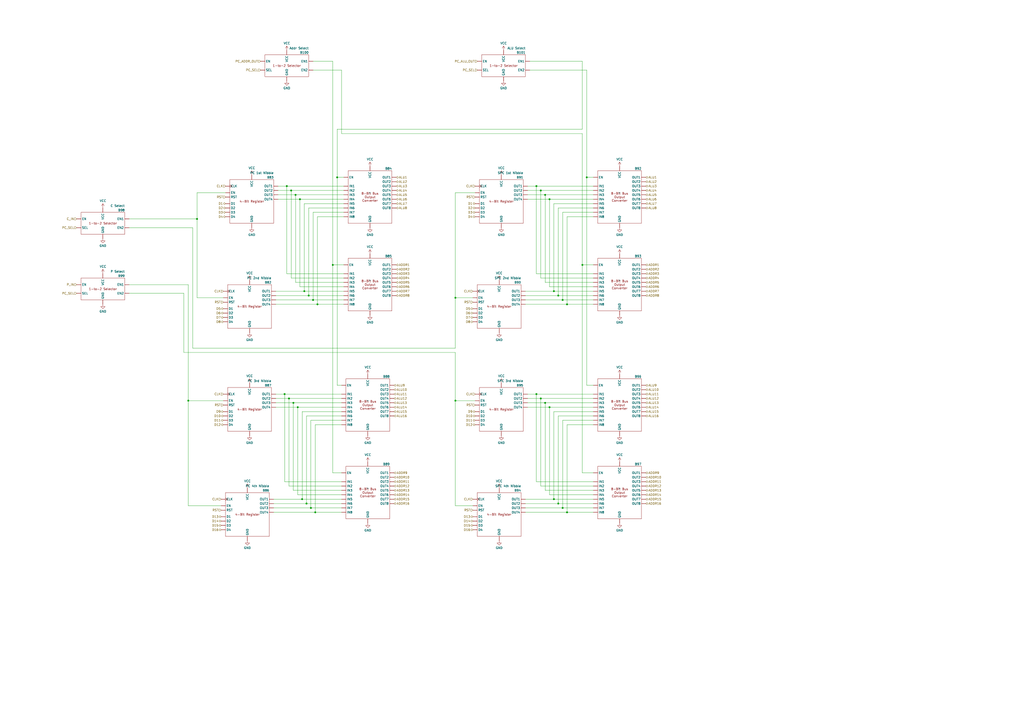
<source format=kicad_sch>
(kicad_sch (version 20230121) (generator eeschema)
  (paper "A2")
  (lib_symbols
    (symbol "MiniDragon:1-to-2 Selector"
      (property "Reference" "B" (at -12.7 7.62 0))
      (symbol "1-to-2 Selector_0_1"
        (rectangle (start -12.7 6.35) (end 12.7 -6.35))
      )
      (symbol "1-to-2 Selector_1_1"
        (text "1-to-2 Selector" (at 0 0 0) (effects (font (size 1.27 1.27))))
        (pin input line (at -15.24 2.54 0) (length 2.54) (name "EN") (number ""))
        (pin output line (at 15.24 2.54 180) (length 2.54) (name "EN1") (number ""))
        (pin output line (at 15.24 -2.54 180) (length 2.54) (name "EN2") (number ""))
        (pin power_in line (at 0 -8.89 90) (length 2.54) (name "GND") (number ""))
        (pin input line (at -15.24 -2.54 0) (length 2.54) (name "SEL") (number ""))
        (pin power_in line (at 0 8.89 270) (length 2.54) (name "VCC") (number ""))
      )
    )
    (symbol "MiniDragon:4-Bit Register"
      (property "Reference" "B" (at -12.7 13.97 0))
      (symbol "4-Bit Register_0_1"
        (rectangle (start -12.7 12.7) (end 12.7 -12.7))
      )
      (symbol "4-Bit Register_1_1"
        (text "4-Bit Register" (at 0 0 0) (effects (font (size 1.27 1.27))))
        (pin input clock (at -15.24 8.89 0) (length 2.54) (name "CLK") (number ""))
        (pin input line (at -15.24 -1.27 0) (length 2.54) (name "D1") (number ""))
        (pin input line (at -15.24 -3.81 0) (length 2.54) (name "D2") (number ""))
        (pin input line (at -15.24 -6.35 0) (length 2.54) (name "D3") (number ""))
        (pin input line (at -15.24 -8.89 0) (length 2.54) (name "D4") (number ""))
        (pin input line (at -15.24 5.08 0) (length 2.54) (name "EN") (number ""))
        (pin power_in line (at 0 -15.24 90) (length 2.54) (name "GND") (number ""))
        (pin output line (at 15.24 8.89 180) (length 2.54) (name "OUT1") (number ""))
        (pin output line (at 15.24 6.35 180) (length 2.54) (name "OUT2") (number ""))
        (pin output line (at 15.24 3.81 180) (length 2.54) (name "OUT3") (number ""))
        (pin output line (at 15.24 1.27 180) (length 2.54) (name "OUT4") (number ""))
        (pin input line (at -15.24 2.54 0) (length 2.54) (name "RST") (number ""))
        (pin power_in line (at 0 15.24 270) (length 2.54) (name "VCC") (number ""))
      )
    )
    (symbol "MiniDragon:8-bit Bus Output"
      (property "Reference" "B" (at -12.7 16.51 0))
      (symbol "8-bit Bus Output_0_1"
        (rectangle (start -12.7 15.24) (end 12.7 -15.24))
      )
      (symbol "8-bit Bus Output_1_1"
        (text "8-Bit Bus\nOutput\nConverter" (at 0 0 0) (effects (font (size 1.27 1.27))))
        (pin input line (at -15.24 11.43 0) (length 2.54) (name "EN") (number ""))
        (pin power_in line (at 0 -17.78 90) (length 2.54) (name "GND") (number ""))
        (pin input line (at -15.24 6.35 0) (length 2.54) (name "IN1") (number ""))
        (pin input line (at -15.24 3.81 0) (length 2.54) (name "IN2") (number ""))
        (pin input line (at -15.24 1.27 0) (length 2.54) (name "IN3") (number ""))
        (pin input line (at -15.24 -1.27 0) (length 2.54) (name "IN4") (number ""))
        (pin input line (at -15.24 -3.81 0) (length 2.54) (name "IN5") (number ""))
        (pin input line (at -15.24 -6.35 0) (length 2.54) (name "IN6") (number ""))
        (pin input line (at -15.24 -8.89 0) (length 2.54) (name "IN7") (number ""))
        (pin input line (at -15.24 -11.43 0) (length 2.54) (name "IN8") (number ""))
        (pin open_collector line (at 15.24 11.43 180) (length 2.54) (name "OUT1") (number ""))
        (pin open_collector line (at 15.24 8.89 180) (length 2.54) (name "OUT2") (number ""))
        (pin open_collector line (at 15.24 6.35 180) (length 2.54) (name "OUT3") (number ""))
        (pin open_collector line (at 15.24 3.81 180) (length 2.54) (name "OUT4") (number ""))
        (pin open_collector line (at 15.24 1.27 180) (length 2.54) (name "OUT5") (number ""))
        (pin open_collector line (at 15.24 -1.27 180) (length 2.54) (name "OUT6") (number ""))
        (pin open_collector line (at 15.24 -3.81 180) (length 2.54) (name "OUT7") (number ""))
        (pin open_collector line (at 15.24 -6.35 180) (length 2.54) (name "OUT8") (number ""))
        (pin power_in line (at 0 17.78 270) (length 2.54) (name "VCC") (number ""))
      )
    )
    (symbol "power:GND" (power) (pin_names (offset 0))
      (property "Value" "GND" (at 0 -3.81 0))
      (symbol "GND_0_1"
        (polyline (pts (xy 0 0) (xy 0 -1.27) (xy 1.27 -1.27) (xy 0 -2.54) (xy -1.27 -1.27) (xy 0 -1.27)))
      )
      (symbol "GND_1_1"
        (pin power_in line (at 0 0 270) (length 0) hide (name "GND") (number "1"))
      )
    )
    (symbol "power:VCC" (power) (pin_names (offset 0))
      (property "Value" "VCC" (at 0 3.81 0))
      (symbol "VCC_0_1"
        (polyline (pts (xy -0.762 1.27) (xy 0 2.54)))
        (polyline (pts (xy 0 0) (xy 0 2.54)))
        (polyline (pts (xy 0 2.54) (xy 0.762 1.27)))
      )
      (symbol "VCC_1_1"
        (pin power_in line (at 0 0 90) (length 0) hide (name "VCC") (number "1"))
      )
    )
  )
  (junction (at 181.61 173.99))
  (junction (at 316.23 113.03))
  (junction (at 167.64 231.14))
  (junction (at 264.16 232.41))
  (junction (at 323.85 171.45))
  (junction (at 316.23 233.68))
  (junction (at 195.58 102.87))
  (junction (at 172.72 236.22))
  (junction (at 114.3 127))
  (junction (at 326.39 294.64))
  (junction (at 179.07 171.45))
  (junction (at 323.85 292.1))
  (junction (at 193.04 153.67))
  (junction (at 311.15 107.95))
  (junction (at 311.15 228.6))
  (junction (at 175.26 289.56))
  (junction (at 328.93 297.18))
  (junction (at 170.18 233.68))
  (junction (at 337.82 153.67))
  (junction (at 180.34 294.64))
  (junction (at 165.1 228.6))
  (junction (at 176.53 168.91))
  (junction (at 318.77 236.22))
  (junction (at 168.91 110.49))
  (junction (at 264.16 172.72))
  (junction (at 321.31 289.56))
  (junction (at 328.93 176.53))
  (junction (at 313.69 231.14))
  (junction (at 340.36 102.87))
  (junction (at 166.37 107.95))
  (junction (at 173.99 115.57))
  (junction (at 318.77 115.57))
  (junction (at 326.39 173.99))
  (junction (at 109.22 232.41))
  (junction (at 182.88 297.18))
  (junction (at 177.8 292.1))
  (junction (at 171.45 113.03))
  (junction (at 184.15 176.53))
  (junction (at 321.31 168.91))
  (junction (at 313.69 110.49))
  (wire (pts (xy 306.07 233.68) (xy 316.23 233.68)))
  (wire (pts (xy 195.58 74.93) (xy 195.58 102.87)))
  (wire (pts (xy 306.07 107.95) (xy 311.15 107.95)))
  (wire (pts (xy 177.8 292.1) (xy 198.12 292.1)))
  (wire (pts (xy 193.04 274.32) (xy 198.12 274.32)))
  (wire (pts (xy 176.53 118.11) (xy 199.39 118.11)))
  (wire (pts (xy 180.34 243.84) (xy 198.12 243.84)))
  (wire (pts (xy 106.68 170.18) (xy 106.68 204.47)))
  (wire (pts (xy 307.34 40.64) (xy 340.36 40.64)))
  (wire (pts (xy 311.15 107.95) (xy 311.15 158.75)))
  (wire (pts (xy 323.85 171.45) (xy 344.17 171.45)))
  (wire (pts (xy 165.1 228.6) (xy 198.12 228.6)))
  (wire (pts (xy 158.75 297.18) (xy 182.88 297.18)))
  (wire (pts (xy 306.07 231.14) (xy 313.69 231.14)))
  (wire (pts (xy 304.8 289.56) (xy 321.31 289.56)))
  (wire (pts (xy 264.16 232.41) (xy 275.59 232.41)))
  (wire (pts (xy 313.69 281.94) (xy 344.17 281.94)))
  (wire (pts (xy 166.37 158.75) (xy 199.39 158.75)))
  (wire (pts (xy 180.34 294.64) (xy 198.12 294.64)))
  (wire (pts (xy 321.31 238.76) (xy 344.17 238.76)))
  (wire (pts (xy 337.82 74.93) (xy 195.58 74.93)))
  (wire (pts (xy 328.93 246.38) (xy 344.17 246.38)))
  (wire (pts (xy 114.3 111.76) (xy 130.81 111.76)))
  (wire (pts (xy 326.39 294.64) (xy 344.17 294.64)))
  (wire (pts (xy 181.61 173.99) (xy 199.39 173.99)))
  (wire (pts (xy 175.26 238.76) (xy 198.12 238.76)))
  (wire (pts (xy 74.93 165.1) (xy 109.22 165.1)))
  (wire (pts (xy 195.58 102.87) (xy 195.58 223.52)))
  (wire (pts (xy 179.07 120.65) (xy 199.39 120.65)))
  (wire (pts (xy 176.53 118.11) (xy 176.53 168.91)))
  (wire (pts (xy 181.61 123.19) (xy 181.61 173.99)))
  (wire (pts (xy 337.82 153.67) (xy 337.82 274.32)))
  (wire (pts (xy 275.59 111.76) (xy 264.16 111.76)))
  (wire (pts (xy 311.15 228.6) (xy 344.17 228.6)))
  (wire (pts (xy 340.36 102.87) (xy 344.17 102.87)))
  (wire (pts (xy 318.77 236.22) (xy 344.17 236.22)))
  (wire (pts (xy 311.15 107.95) (xy 344.17 107.95)))
  (wire (pts (xy 175.26 238.76) (xy 175.26 289.56)))
  (wire (pts (xy 109.22 232.41) (xy 109.22 293.37)))
  (wire (pts (xy 321.31 289.56) (xy 344.17 289.56)))
  (wire (pts (xy 306.07 113.03) (xy 316.23 113.03)))
  (wire (pts (xy 166.37 107.95) (xy 199.39 107.95)))
  (wire (pts (xy 184.15 125.73) (xy 199.39 125.73)))
  (wire (pts (xy 167.64 231.14) (xy 167.64 281.94)))
  (wire (pts (xy 306.07 115.57) (xy 318.77 115.57)))
  (wire (pts (xy 307.34 35.56) (xy 337.82 35.56)))
  (wire (pts (xy 313.69 161.29) (xy 344.17 161.29)))
  (wire (pts (xy 316.23 233.68) (xy 316.23 284.48)))
  (wire (pts (xy 264.16 172.72) (xy 274.32 172.72)))
  (wire (pts (xy 340.36 40.64) (xy 340.36 102.87)))
  (wire (pts (xy 160.02 176.53) (xy 184.15 176.53)))
  (wire (pts (xy 264.16 293.37) (xy 264.16 232.41)))
  (wire (pts (xy 328.93 125.73) (xy 328.93 176.53)))
  (wire (pts (xy 167.64 281.94) (xy 198.12 281.94)))
  (wire (pts (xy 340.36 102.87) (xy 340.36 223.52)))
  (wire (pts (xy 181.61 35.56) (xy 193.04 35.56)))
  (wire (pts (xy 193.04 153.67) (xy 193.04 274.32)))
  (wire (pts (xy 171.45 163.83) (xy 199.39 163.83)))
  (wire (pts (xy 114.3 127) (xy 114.3 111.76)))
  (wire (pts (xy 106.68 204.47) (xy 264.16 204.47)))
  (wire (pts (xy 323.85 120.65) (xy 344.17 120.65)))
  (wire (pts (xy 264.16 201.93) (xy 264.16 172.72)))
  (wire (pts (xy 177.8 241.3) (xy 177.8 292.1)))
  (wire (pts (xy 316.23 113.03) (xy 344.17 113.03)))
  (wire (pts (xy 326.39 243.84) (xy 326.39 294.64)))
  (wire (pts (xy 168.91 110.49) (xy 199.39 110.49)))
  (wire (pts (xy 179.07 120.65) (xy 179.07 171.45)))
  (wire (pts (xy 318.77 115.57) (xy 318.77 166.37)))
  (wire (pts (xy 111.76 201.93) (xy 264.16 201.93)))
  (wire (pts (xy 304.8 168.91) (xy 321.31 168.91)))
  (wire (pts (xy 168.91 161.29) (xy 199.39 161.29)))
  (wire (pts (xy 311.15 228.6) (xy 311.15 279.4)))
  (wire (pts (xy 172.72 236.22) (xy 172.72 287.02)))
  (wire (pts (xy 323.85 292.1) (xy 344.17 292.1)))
  (wire (pts (xy 274.32 293.37) (xy 264.16 293.37)))
  (wire (pts (xy 198.12 40.64) (xy 198.12 77.47)))
  (wire (pts (xy 321.31 168.91) (xy 344.17 168.91)))
  (wire (pts (xy 184.15 125.73) (xy 184.15 176.53)))
  (wire (pts (xy 170.18 233.68) (xy 198.12 233.68)))
  (wire (pts (xy 313.69 110.49) (xy 313.69 161.29)))
  (wire (pts (xy 304.8 292.1) (xy 323.85 292.1)))
  (wire (pts (xy 168.91 110.49) (xy 168.91 161.29)))
  (wire (pts (xy 316.23 284.48) (xy 344.17 284.48)))
  (wire (pts (xy 326.39 123.19) (xy 344.17 123.19)))
  (wire (pts (xy 321.31 238.76) (xy 321.31 289.56)))
  (wire (pts (xy 160.02 231.14) (xy 167.64 231.14)))
  (wire (pts (xy 195.58 102.87) (xy 199.39 102.87)))
  (wire (pts (xy 184.15 176.53) (xy 199.39 176.53)))
  (wire (pts (xy 264.16 111.76) (xy 264.16 172.72)))
  (wire (pts (xy 161.29 107.95) (xy 166.37 107.95)))
  (wire (pts (xy 170.18 233.68) (xy 170.18 284.48)))
  (wire (pts (xy 109.22 165.1) (xy 109.22 232.41)))
  (wire (pts (xy 318.77 115.57) (xy 344.17 115.57)))
  (wire (pts (xy 193.04 35.56) (xy 193.04 153.67)))
  (wire (pts (xy 109.22 232.41) (xy 129.54 232.41)))
  (wire (pts (xy 171.45 113.03) (xy 199.39 113.03)))
  (wire (pts (xy 171.45 113.03) (xy 171.45 163.83)))
  (wire (pts (xy 181.61 123.19) (xy 199.39 123.19)))
  (wire (pts (xy 316.23 163.83) (xy 344.17 163.83)))
  (wire (pts (xy 264.16 204.47) (xy 264.16 232.41)))
  (wire (pts (xy 114.3 127) (xy 114.3 172.72)))
  (wire (pts (xy 158.75 289.56) (xy 175.26 289.56)))
  (wire (pts (xy 198.12 40.64) (xy 181.61 40.64)))
  (wire (pts (xy 337.82 274.32) (xy 344.17 274.32)))
  (wire (pts (xy 172.72 236.22) (xy 198.12 236.22)))
  (wire (pts (xy 166.37 107.95) (xy 166.37 158.75)))
  (wire (pts (xy 323.85 241.3) (xy 344.17 241.3)))
  (wire (pts (xy 158.75 294.64) (xy 180.34 294.64)))
  (wire (pts (xy 323.85 241.3) (xy 323.85 292.1)))
  (wire (pts (xy 328.93 246.38) (xy 328.93 297.18)))
  (wire (pts (xy 321.31 118.11) (xy 344.17 118.11)))
  (wire (pts (xy 74.93 170.18) (xy 106.68 170.18)))
  (wire (pts (xy 160.02 233.68) (xy 170.18 233.68)))
  (wire (pts (xy 340.36 223.52) (xy 344.17 223.52)))
  (wire (pts (xy 177.8 241.3) (xy 198.12 241.3)))
  (wire (pts (xy 306.07 110.49) (xy 313.69 110.49)))
  (wire (pts (xy 193.04 153.67) (xy 199.39 153.67)))
  (wire (pts (xy 160.02 171.45) (xy 179.07 171.45)))
  (wire (pts (xy 328.93 176.53) (xy 344.17 176.53)))
  (wire (pts (xy 311.15 158.75) (xy 344.17 158.75)))
  (wire (pts (xy 318.77 236.22) (xy 318.77 287.02)))
  (wire (pts (xy 323.85 120.65) (xy 323.85 171.45)))
  (wire (pts (xy 326.39 243.84) (xy 344.17 243.84)))
  (wire (pts (xy 337.82 153.67) (xy 344.17 153.67)))
  (wire (pts (xy 172.72 287.02) (xy 198.12 287.02)))
  (wire (pts (xy 167.64 231.14) (xy 198.12 231.14)))
  (wire (pts (xy 311.15 279.4) (xy 344.17 279.4)))
  (wire (pts (xy 313.69 231.14) (xy 344.17 231.14)))
  (wire (pts (xy 304.8 297.18) (xy 328.93 297.18)))
  (wire (pts (xy 161.29 113.03) (xy 171.45 113.03)))
  (wire (pts (xy 74.93 132.08) (xy 111.76 132.08)))
  (wire (pts (xy 306.07 228.6) (xy 311.15 228.6)))
  (wire (pts (xy 175.26 289.56) (xy 198.12 289.56)))
  (wire (pts (xy 313.69 231.14) (xy 313.69 281.94)))
  (wire (pts (xy 337.82 35.56) (xy 337.82 74.93)))
  (wire (pts (xy 182.88 246.38) (xy 182.88 297.18)))
  (wire (pts (xy 182.88 246.38) (xy 198.12 246.38)))
  (wire (pts (xy 160.02 228.6) (xy 165.1 228.6)))
  (wire (pts (xy 161.29 115.57) (xy 173.99 115.57)))
  (wire (pts (xy 304.8 173.99) (xy 326.39 173.99)))
  (wire (pts (xy 111.76 132.08) (xy 111.76 201.93)))
  (wire (pts (xy 173.99 115.57) (xy 173.99 166.37)))
  (wire (pts (xy 313.69 110.49) (xy 344.17 110.49)))
  (wire (pts (xy 173.99 166.37) (xy 199.39 166.37)))
  (wire (pts (xy 328.93 125.73) (xy 344.17 125.73)))
  (wire (pts (xy 182.88 297.18) (xy 198.12 297.18)))
  (wire (pts (xy 109.22 293.37) (xy 128.27 293.37)))
  (wire (pts (xy 160.02 168.91) (xy 176.53 168.91)))
  (wire (pts (xy 161.29 110.49) (xy 168.91 110.49)))
  (wire (pts (xy 165.1 279.4) (xy 198.12 279.4)))
  (wire (pts (xy 160.02 236.22) (xy 172.72 236.22)))
  (wire (pts (xy 306.07 236.22) (xy 318.77 236.22)))
  (wire (pts (xy 304.8 176.53) (xy 328.93 176.53)))
  (wire (pts (xy 170.18 284.48) (xy 198.12 284.48)))
  (wire (pts (xy 195.58 223.52) (xy 198.12 223.52)))
  (wire (pts (xy 176.53 168.91) (xy 199.39 168.91)))
  (wire (pts (xy 328.93 297.18) (xy 344.17 297.18)))
  (wire (pts (xy 114.3 172.72) (xy 129.54 172.72)))
  (wire (pts (xy 158.75 292.1) (xy 177.8 292.1)))
  (wire (pts (xy 180.34 243.84) (xy 180.34 294.64)))
  (wire (pts (xy 304.8 294.64) (xy 326.39 294.64)))
  (wire (pts (xy 160.02 173.99) (xy 181.61 173.99)))
  (wire (pts (xy 326.39 123.19) (xy 326.39 173.99)))
  (wire (pts (xy 337.82 77.47) (xy 337.82 153.67)))
  (wire (pts (xy 165.1 228.6) (xy 165.1 279.4)))
  (wire (pts (xy 318.77 287.02) (xy 344.17 287.02)))
  (wire (pts (xy 316.23 233.68) (xy 344.17 233.68)))
  (wire (pts (xy 321.31 118.11) (xy 321.31 168.91)))
  (wire (pts (xy 173.99 115.57) (xy 199.39 115.57)))
  (wire (pts (xy 326.39 173.99) (xy 344.17 173.99)))
  (wire (pts (xy 318.77 166.37) (xy 344.17 166.37)))
  (wire (pts (xy 198.12 77.47) (xy 337.82 77.47)))
  (wire (pts (xy 179.07 171.45) (xy 199.39 171.45)))
  (wire (pts (xy 304.8 171.45) (xy 323.85 171.45)))
  (wire (pts (xy 316.23 113.03) (xy 316.23 163.83)))
  (wire (pts (xy 74.93 127) (xy 114.3 127)))
  (hierarchical_label "CLK" (shape input) (at 274.32 289.56 180))
  (hierarchical_label "CLK" (shape input) (at 275.59 107.95 180))
  (hierarchical_label "ALU1" (shape bidirectional) (at 374.65 102.87 0))
  (hierarchical_label "PC_SEL" (shape input) (at 151.13 40.64 180))
  (hierarchical_label "ALU4" (shape bidirectional) (at 374.65 110.49 0))
  (hierarchical_label "ADDR6" (shape bidirectional) (at 374.65 166.37 0))
  (hierarchical_label "ALU16" (shape bidirectional) (at 228.6 241.3 0))
  (hierarchical_label "ADDR3" (shape bidirectional) (at 374.65 158.75 0))
  (hierarchical_label "ALU7" (shape bidirectional) (at 229.87 118.11 0))
  (hierarchical_label "D3" (shape bidirectional) (at 275.59 123.19 180))
  (hierarchical_label "ADDR8" (shape bidirectional) (at 374.65 171.45 0))
  (hierarchical_label "ADDR15" (shape bidirectional) (at 374.65 289.56 0))
  (hierarchical_label "ADDR1" (shape bidirectional) (at 374.65 153.67 0))
  (hierarchical_label "CLK" (shape input) (at 129.54 168.91 180))
  (hierarchical_label "ALU8" (shape bidirectional) (at 374.65 120.65 0))
  (hierarchical_label "D6" (shape bidirectional) (at 274.32 181.61 180))
  (hierarchical_label "ADDR11" (shape bidirectional) (at 228.6 279.4 0))
  (hierarchical_label "CLK" (shape input) (at 274.32 168.91 180))
  (hierarchical_label "ALU3" (shape bidirectional) (at 374.65 107.95 0))
  (hierarchical_label "ADDR12" (shape bidirectional) (at 228.6 281.94 0))
  (hierarchical_label "ALU5" (shape bidirectional) (at 229.87 113.03 0))
  (hierarchical_label "D4" (shape bidirectional) (at 275.59 125.73 180))
  (hierarchical_label "ADDR16" (shape bidirectional) (at 374.65 292.1 0))
  (hierarchical_label "ADDR3" (shape bidirectional) (at 229.87 158.75 0))
  (hierarchical_label "D10" (shape bidirectional) (at 129.54 241.3 180))
  (hierarchical_label "ADDR16" (shape bidirectional) (at 228.6 292.1 0))
  (hierarchical_label "RST" (shape input) (at 275.59 234.95 180))
  (hierarchical_label "ALU4" (shape bidirectional) (at 229.87 110.49 0))
  (hierarchical_label "ADDR2" (shape bidirectional) (at 374.65 156.21 0))
  (hierarchical_label "D1" (shape bidirectional) (at 130.81 118.11 180))
  (hierarchical_label "ADDR4" (shape bidirectional) (at 374.65 161.29 0))
  (hierarchical_label "ADDR14" (shape bidirectional) (at 374.65 287.02 0))
  (hierarchical_label "ADDR13" (shape bidirectional) (at 228.6 284.48 0))
  (hierarchical_label "ALU9" (shape bidirectional) (at 228.6 223.52 0))
  (hierarchical_label "D8" (shape bidirectional) (at 274.32 186.69 180))
  (hierarchical_label "ADDR1" (shape bidirectional) (at 229.87 153.67 0))
  (hierarchical_label "RST" (shape input) (at 128.27 295.91 180))
  (hierarchical_label "D16" (shape bidirectional) (at 274.32 307.34 180))
  (hierarchical_label "PC_SEL" (shape input) (at 44.45 132.08 180))
  (hierarchical_label "RST" (shape input) (at 275.59 114.3 180))
  (hierarchical_label "PC_SEL" (shape input) (at 44.45 170.18 180))
  (hierarchical_label "ADDR15" (shape bidirectional) (at 228.6 289.56 0))
  (hierarchical_label "RST" (shape input) (at 130.81 114.3 180))
  (hierarchical_label "ALU7" (shape bidirectional) (at 374.65 118.11 0))
  (hierarchical_label "ALU8" (shape bidirectional) (at 229.87 120.65 0))
  (hierarchical_label "ALU15" (shape bidirectional) (at 228.6 238.76 0))
  (hierarchical_label "CLK" (shape input) (at 129.54 228.6 180))
  (hierarchical_label "ALU10" (shape bidirectional) (at 228.6 226.06 0))
  (hierarchical_label "ADDR10" (shape bidirectional) (at 374.65 276.86 0))
  (hierarchical_label "ALU15" (shape bidirectional) (at 374.65 238.76 0))
  (hierarchical_label "ADDR5" (shape bidirectional) (at 374.65 163.83 0))
  (hierarchical_label "ALU14" (shape bidirectional) (at 228.6 236.22 0))
  (hierarchical_label "D15" (shape bidirectional) (at 274.32 304.8 180))
  (hierarchical_label "ALU3" (shape bidirectional) (at 229.87 107.95 0))
  (hierarchical_label "D3" (shape bidirectional) (at 130.81 123.19 180))
  (hierarchical_label "PC_SEL" (shape input) (at 276.86 40.64 180))
  (hierarchical_label "ALU6" (shape bidirectional) (at 374.65 115.57 0))
  (hierarchical_label "ADDR9" (shape bidirectional) (at 374.65 274.32 0))
  (hierarchical_label "ADDR7" (shape bidirectional) (at 229.87 168.91 0))
  (hierarchical_label "D2" (shape bidirectional) (at 275.59 120.65 180))
  (hierarchical_label "D11" (shape bidirectional) (at 129.54 243.84 180))
  (hierarchical_label "D6" (shape bidirectional) (at 129.54 181.61 180))
  (hierarchical_label "D9" (shape bidirectional) (at 129.54 238.76 180))
  (hierarchical_label "D15" (shape bidirectional) (at 128.27 304.8 180))
  (hierarchical_label "ALU6" (shape bidirectional) (at 229.87 115.57 0))
  (hierarchical_label "ADDR9" (shape bidirectional) (at 228.6 274.32 0))
  (hierarchical_label "ALU2" (shape bidirectional) (at 374.65 105.41 0))
  (hierarchical_label "D2" (shape bidirectional) (at 130.81 120.65 180))
  (hierarchical_label "D5" (shape bidirectional) (at 274.32 179.07 180))
  (hierarchical_label "ALU11" (shape bidirectional) (at 228.6 228.6 0))
  (hierarchical_label "ALU14" (shape bidirectional) (at 374.65 236.22 0))
  (hierarchical_label "D9" (shape bidirectional) (at 275.59 238.76 180))
  (hierarchical_label "P_IN" (shape input) (at 44.45 165.1 180))
  (hierarchical_label "ADDR8" (shape bidirectional) (at 229.87 171.45 0))
  (hierarchical_label "ADDR2" (shape bidirectional) (at 229.87 156.21 0))
  (hierarchical_label "ALU11" (shape bidirectional) (at 374.65 228.6 0))
  (hierarchical_label "D13" (shape bidirectional) (at 128.27 299.72 180))
  (hierarchical_label "ALU10" (shape bidirectional) (at 374.65 226.06 0))
  (hierarchical_label "C_IN" (shape input) (at 44.45 127 180))
  (hierarchical_label "ADDR5" (shape bidirectional) (at 229.87 163.83 0))
  (hierarchical_label "ADDR14" (shape bidirectional) (at 228.6 287.02 0))
  (hierarchical_label "RST" (shape input) (at 274.32 175.26 180))
  (hierarchical_label "ADDR6" (shape bidirectional) (at 229.87 166.37 0))
  (hierarchical_label "D13" (shape bidirectional) (at 274.32 299.72 180))
  (hierarchical_label "CLK" (shape input) (at 130.81 107.95 180))
  (hierarchical_label "ADDR7" (shape bidirectional) (at 374.65 168.91 0))
  (hierarchical_label "ALU12" (shape bidirectional) (at 374.65 231.14 0))
  (hierarchical_label "RST" (shape input) (at 129.54 175.26 180))
  (hierarchical_label "ADDR12" (shape bidirectional) (at 374.65 281.94 0))
  (hierarchical_label "ALU1" (shape bidirectional) (at 229.87 102.87 0))
  (hierarchical_label "ADDR10" (shape bidirectional) (at 228.6 276.86 0))
  (hierarchical_label "D7" (shape bidirectional) (at 129.54 184.15 180))
  (hierarchical_label "PC_ALU_OUT" (shape input) (at 276.86 35.56 180))
  (hierarchical_label "ALU9" (shape bidirectional) (at 374.65 223.52 0))
  (hierarchical_label "ALU2" (shape bidirectional) (at 229.87 105.41 0))
  (hierarchical_label "ADDR11" (shape bidirectional) (at 374.65 279.4 0))
  (hierarchical_label "ADDR4" (shape bidirectional) (at 229.87 161.29 0))
  (hierarchical_label "D1" (shape bidirectional) (at 275.59 118.11 180))
  (hierarchical_label "D11" (shape bidirectional) (at 275.59 243.84 180))
  (hierarchical_label "PC_ADDR_OUT" (shape input) (at 151.13 35.56 180))
  (hierarchical_label "RST" (shape input) (at 274.32 295.91 180))
  (hierarchical_label "CLK" (shape input) (at 128.27 289.56 180))
  (hierarchical_label "D14" (shape bidirectional) (at 128.27 302.26 180))
  (hierarchical_label "CLK" (shape input) (at 275.59 228.6 180))
  (hierarchical_label "D14" (shape bidirectional) (at 274.32 302.26 180))
  (hierarchical_label "ALU13" (shape bidirectional) (at 228.6 233.68 0))
  (hierarchical_label "RST" (shape input) (at 129.54 234.95 180))
  (hierarchical_label "D10" (shape bidirectional) (at 275.59 241.3 180))
  (hierarchical_label "D4" (shape bidirectional) (at 130.81 125.73 180))
  (hierarchical_label "ADDR13" (shape bidirectional) (at 374.65 284.48 0))
  (hierarchical_label "ALU13" (shape bidirectional) (at 374.65 233.68 0))
  (hierarchical_label "D7" (shape bidirectional) (at 274.32 184.15 180))
  (hierarchical_label "ALU12" (shape bidirectional) (at 228.6 231.14 0))
  (hierarchical_label "D12" (shape bidirectional) (at 129.54 246.38 180))
  (hierarchical_label "D16" (shape bidirectional) (at 128.27 307.34 180))
  (hierarchical_label "D12" (shape bidirectional) (at 275.59 246.38 180))
  (hierarchical_label "D5" (shape bidirectional) (at 129.54 179.07 180))
  (hierarchical_label "D8" (shape bidirectional) (at 129.54 186.69 180))
  (hierarchical_label "ALU5" (shape bidirectional) (at 374.65 113.03 0))
  (hierarchical_label "ALU16" (shape bidirectional) (at 374.65 241.3 0))
  (symbol (lib_id "MiniDragon:8-bit Bus Output") (at 359.41 165.1 0) (unit 1)
    (property "Reference" "B93" (at 372.11 148.59 0) (effects (justify right)))
    (property "Value" "~" (at 359.41 162.56 0))
  )
  (symbol (lib_id "MiniDragon:1-to-2 Selector") (at 292.1 38.1 0) (unit 1)
    (property "Reference" "B101" (at 304.8 30.48 0) (effects (justify right)))
    (property "Value" "ALU Select" (at 304.8 27.94 0) (effects (justify right)))
  )
  (symbol (lib_id "MiniDragon:8-bit Bus Output") (at 359.41 114.3 0) (unit 1)
    (property "Reference" "B92" (at 372.11 97.79 0) (effects (justify right)))
    (property "Value" "~" (at 359.41 111.76 0))
  )
  (symbol (lib_id "power:GND") (at 359.41 252.73 0) (unit 1)
    (property "Reference" "#PWR0201" (effects hide))
    (property "Value" "GND" (at 359.41 256.8631 0))
  )
  (symbol (lib_id "power:VCC") (at 290.83 222.25 0) (unit 1)
    (property "Reference" "#PWR0198" (effects hide))
    (property "Value" "VCC" (at 290.83 218.1169 0))
  )
  (symbol (lib_id "power:GND") (at 213.36 252.73 0) (unit 1)
    (property "Reference" "#PWR0185" (effects hide))
    (property "Value" "GND" (at 213.36 256.8631 0))
  )
  (symbol (lib_id "power:VCC") (at 359.41 217.17 0) (unit 1)
    (property "Reference" "#PWR0200" (effects hide))
    (property "Value" "VCC" (at 359.41 213.0369 0))
  )
  (symbol (lib_id "power:VCC") (at 359.41 147.32 0) (unit 1)
    (property "Reference" "#PWR0194" (effects hide))
    (property "Value" "VCC" (at 359.41 143.1869 0))
  )
  (symbol (lib_id "MiniDragon:4-Bit Register") (at 289.56 298.45 0) (unit 1)
    (property "Reference" "B94" (at 302.26 284.48 0) (effects (justify right)))
    (property "Value" "SPC 4th Nibble" (at 302.26 281.94 0) (effects (justify right)))
  )
  (symbol (lib_id "power:VCC") (at 292.1 29.21 0) (unit 1)
    (property "Reference" "#PWR0204" (effects hide))
    (property "Value" "VCC" (at 292.1 25.0769 0))
  )
  (symbol (lib_id "power:VCC") (at 359.41 96.52 0) (unit 1)
    (property "Reference" "#PWR0192" (effects hide))
    (property "Value" "VCC" (at 359.41 92.3869 0))
  )
  (symbol (lib_id "MiniDragon:1-to-2 Selector") (at 59.69 129.54 0) (unit 1)
    (property "Reference" "B98" (at 72.39 121.92 0) (effects (justify right)))
    (property "Value" "C Select" (at 72.39 119.38 0) (effects (justify right)))
  )
  (symbol (lib_id "MiniDragon:4-Bit Register") (at 289.56 177.8 0) (unit 1)
    (property "Reference" "B90" (at 302.26 163.83 0) (effects (justify right)))
    (property "Value" "SPC 2nd Nibble" (at 302.26 161.29 0) (effects (justify right)))
  )
  (symbol (lib_id "MiniDragon:8-bit Bus Output") (at 213.36 285.75 0) (unit 1)
    (property "Reference" "B89" (at 226.06 269.24 0) (effects (justify right)))
    (property "Value" "~" (at 213.36 283.21 0))
  )
  (symbol (lib_id "MiniDragon:1-to-2 Selector") (at 166.37 38.1 0) (unit 1)
    (property "Reference" "B100" (at 179.07 30.48 0) (effects (justify right)))
    (property "Value" "Addr Select" (at 179.07 27.94 0) (effects (justify right)))
  )
  (symbol (lib_id "power:GND") (at 144.78 252.73 0) (unit 1)
    (property "Reference" "#PWR0183" (effects hide))
    (property "Value" "GND" (at 144.78 256.8631 0))
  )
  (symbol (lib_id "power:VCC") (at 146.05 101.6 0) (unit 1)
    (property "Reference" "#PWR0174" (effects hide))
    (property "Value" "VCC" (at 146.05 97.4669 0))
  )
  (symbol (lib_id "MiniDragon:4-Bit Register") (at 144.78 177.8 0) (unit 1)
    (property "Reference" "B82" (at 157.48 163.83 0) (effects (justify right)))
    (property "Value" "PC 2nd Nibble" (at 157.48 161.29 0) (effects (justify right)))
  )
  (symbol (lib_id "power:VCC") (at 214.63 96.52 0) (unit 1)
    (property "Reference" "#PWR0176" (effects hide))
    (property "Value" "VCC" (at 214.63 92.3869 0))
  )
  (symbol (lib_id "MiniDragon:4-Bit Register") (at 143.51 298.45 0) (unit 1)
    (property "Reference" "B86" (at 156.21 284.48 0) (effects (justify right)))
    (property "Value" "PC 4th Nibble" (at 156.21 281.94 0) (effects (justify right)))
  )
  (symbol (lib_id "power:GND") (at 289.56 193.04 0) (unit 1)
    (property "Reference" "#PWR0189" (effects hide))
    (property "Value" "GND" (at 289.56 197.1731 0))
  )
  (symbol (lib_id "power:GND") (at 359.41 132.08 0) (unit 1)
    (property "Reference" "#PWR0193" (effects hide))
    (property "Value" "GND" (at 359.41 136.2131 0))
  )
  (symbol (lib_id "power:VCC") (at 166.37 29.21 0) (unit 1)
    (property "Reference" "#PWR0205" (effects hide))
    (property "Value" "VCC" (at 166.37 25.0769 0))
  )
  (symbol (lib_id "MiniDragon:8-bit Bus Output") (at 214.63 114.3 0) (unit 1)
    (property "Reference" "B84" (at 227.33 97.79 0) (effects (justify right)))
    (property "Value" "~" (at 214.63 111.76 0))
  )
  (symbol (lib_id "power:GND") (at 214.63 182.88 0) (unit 1)
    (property "Reference" "#PWR0179" (effects hide))
    (property "Value" "GND" (at 214.63 187.0131 0))
  )
  (symbol (lib_id "power:GND") (at 214.63 132.08 0) (unit 1)
    (property "Reference" "#PWR0177" (effects hide))
    (property "Value" "GND" (at 214.63 136.2131 0))
  )
  (symbol (lib_id "power:VCC") (at 290.83 101.6 0) (unit 1)
    (property "Reference" "#PWR0190" (effects hide))
    (property "Value" "VCC" (at 290.83 97.4669 0))
  )
  (symbol (lib_id "power:VCC") (at 59.69 120.65 0) (unit 1)
    (property "Reference" "#PWR0207" (effects hide))
    (property "Value" "VCC" (at 59.69 116.5169 0))
  )
  (symbol (lib_id "power:VCC") (at 289.56 162.56 0) (unit 1)
    (property "Reference" "#PWR0188" (effects hide))
    (property "Value" "VCC" (at 289.56 158.4269 0))
  )
  (symbol (lib_id "power:GND") (at 290.83 132.08 0) (unit 1)
    (property "Reference" "#PWR0191" (effects hide))
    (property "Value" "GND" (at 290.83 136.2131 0))
  )
  (symbol (lib_id "power:VCC") (at 144.78 162.56 0) (unit 1)
    (property "Reference" "#PWR0172" (effects hide))
    (property "Value" "VCC" (at 144.78 158.4269 0))
  )
  (symbol (lib_id "power:VCC") (at 213.36 267.97 0) (unit 1)
    (property "Reference" "#PWR0186" (effects hide))
    (property "Value" "VCC" (at 213.36 263.8369 0))
  )
  (symbol (lib_id "MiniDragon:4-Bit Register") (at 290.83 237.49 0) (unit 1)
    (property "Reference" "B95" (at 303.53 223.52 0) (effects (justify right)))
    (property "Value" "SPC 3rd Nibble" (at 303.53 220.98 0) (effects (justify right)))
  )
  (symbol (lib_id "power:GND") (at 166.37 46.99 0) (unit 1)
    (property "Reference" "#PWR0210" (effects hide))
    (property "Value" "GND" (at 166.37 51.1231 0))
  )
  (symbol (lib_id "power:GND") (at 144.78 193.04 0) (unit 1)
    (property "Reference" "#PWR0173" (effects hide))
    (property "Value" "GND" (at 144.78 197.1731 0))
  )
  (symbol (lib_id "power:VCC") (at 213.36 217.17 0) (unit 1)
    (property "Reference" "#PWR0184" (effects hide))
    (property "Value" "VCC" (at 213.36 213.0369 0))
  )
  (symbol (lib_id "power:VCC") (at 144.78 222.25 0) (unit 1)
    (property "Reference" "#PWR0182" (effects hide))
    (property "Value" "VCC" (at 144.78 218.1169 0))
  )
  (symbol (lib_id "MiniDragon:1-to-2 Selector") (at 59.69 167.64 0) (unit 1)
    (property "Reference" "B99" (at 72.39 160.02 0) (effects (justify right)))
    (property "Value" "P Select" (at 72.39 157.48 0) (effects (justify right)))
  )
  (symbol (lib_id "power:VCC") (at 214.63 147.32 0) (unit 1)
    (property "Reference" "#PWR0178" (effects hide))
    (property "Value" "VCC" (at 214.63 143.1869 0))
  )
  (symbol (lib_id "power:VCC") (at 289.56 283.21 0) (unit 1)
    (property "Reference" "#PWR0196" (effects hide))
    (property "Value" "VCC" (at 289.56 279.0769 0))
  )
  (symbol (lib_id "power:VCC") (at 359.41 267.97 0) (unit 1)
    (property "Reference" "#PWR0202" (effects hide))
    (property "Value" "VCC" (at 359.41 263.8369 0))
  )
  (symbol (lib_id "power:GND") (at 359.41 182.88 0) (unit 1)
    (property "Reference" "#PWR0195" (effects hide))
    (property "Value" "GND" (at 359.41 187.0131 0))
  )
  (symbol (lib_id "MiniDragon:4-Bit Register") (at 146.05 116.84 0) (unit 1)
    (property "Reference" "B83" (at 158.75 102.87 0) (effects (justify right)))
    (property "Value" "PC 1st Nibble" (at 158.75 100.33 0) (effects (justify right)))
  )
  (symbol (lib_id "MiniDragon:8-bit Bus Output") (at 359.41 234.95 0) (unit 1)
    (property "Reference" "B96" (at 372.11 218.44 0) (effects (justify right)))
    (property "Value" "~" (at 359.41 232.41 0))
  )
  (symbol (lib_id "power:GND") (at 289.56 313.69 0) (unit 1)
    (property "Reference" "#PWR0197" (effects hide))
    (property "Value" "GND" (at 289.56 317.8231 0))
  )
  (symbol (lib_id "MiniDragon:4-Bit Register") (at 144.78 237.49 0) (unit 1)
    (property "Reference" "B87" (at 157.48 223.52 0) (effects (justify right)))
    (property "Value" "PC 3rd Nibble" (at 157.48 220.98 0) (effects (justify right)))
  )
  (symbol (lib_id "power:GND") (at 290.83 252.73 0) (unit 1)
    (property "Reference" "#PWR0199" (effects hide))
    (property "Value" "GND" (at 290.83 256.8631 0))
  )
  (symbol (lib_id "MiniDragon:8-bit Bus Output") (at 214.63 165.1 0) (unit 1)
    (property "Reference" "B85" (at 227.33 148.59 0) (effects (justify right)))
    (property "Value" "~" (at 214.63 162.56 0))
  )
  (symbol (lib_id "power:GND") (at 292.1 46.99 0) (unit 1)
    (property "Reference" "#PWR0211" (effects hide))
    (property "Value" "GND" (at 292.1 51.1231 0))
  )
  (symbol (lib_id "power:VCC") (at 59.69 158.75 0) (unit 1)
    (property "Reference" "#PWR0206" (effects hide))
    (property "Value" "VCC" (at 59.69 154.6169 0))
  )
  (symbol (lib_id "MiniDragon:4-Bit Register") (at 290.83 116.84 0) (unit 1)
    (property "Reference" "B91" (at 303.53 102.87 0) (effects (justify right)))
    (property "Value" "SPC 1st Nibble" (at 303.53 100.33 0) (effects (justify right)))
  )
  (symbol (lib_id "power:GND") (at 59.69 176.53 0) (unit 1)
    (property "Reference" "#PWR0209" (effects hide))
    (property "Value" "GND" (at 59.69 180.6631 0))
  )
  (symbol (lib_id "power:GND") (at 359.41 303.53 0) (unit 1)
    (property "Reference" "#PWR0203" (effects hide))
    (property "Value" "GND" (at 359.41 307.6631 0))
  )
  (symbol (lib_id "power:GND") (at 59.69 138.43 0) (unit 1)
    (property "Reference" "#PWR0208" (effects hide))
    (property "Value" "GND" (at 59.69 142.5631 0))
  )
  (symbol (lib_id "MiniDragon:8-bit Bus Output") (at 213.36 234.95 0) (unit 1)
    (property "Reference" "B88" (at 226.06 218.44 0) (effects (justify right)))
    (property "Value" "~" (at 213.36 232.41 0))
  )
  (symbol (lib_id "power:GND") (at 146.05 132.08 0) (unit 1)
    (property "Reference" "#PWR0175" (effects hide))
    (property "Value" "GND" (at 146.05 136.2131 0))
  )
  (symbol (lib_id "power:GND") (at 213.36 303.53 0) (unit 1)
    (property "Reference" "#PWR0187" (effects hide))
    (property "Value" "GND" (at 213.36 307.6631 0))
  )
  (symbol (lib_id "power:GND") (at 143.51 313.69 0) (unit 1)
    (property "Reference" "#PWR0181" (effects hide))
    (property "Value" "GND" (at 143.51 317.8231 0))
  )
  (symbol (lib_id "power:VCC") (at 143.51 283.21 0) (unit 1)
    (property "Reference" "#PWR0180" (effects hide))
    (property "Value" "VCC" (at 143.51 279.0769 0))
  )
  (symbol (lib_id "MiniDragon:8-bit Bus Output") (at 359.41 285.75 0) (unit 1)
    (property "Reference" "B97" (at 372.11 269.24 0) (effects (justify right)))
    (property "Value" "~" (at 359.41 283.21 0))
  )
)
</source>
